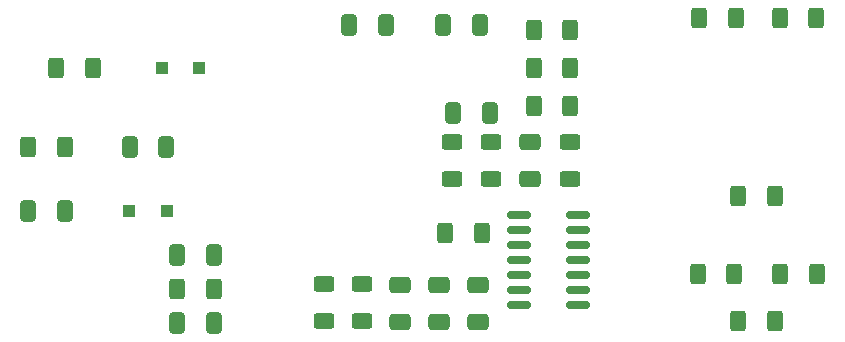
<source format=gbp>
G04 #@! TF.GenerationSoftware,KiCad,Pcbnew,8.0.0*
G04 #@! TF.CreationDate,2025-01-04T20:08:10+01:00*
G04 #@! TF.ProjectId,inzynierka,696e7a79-6e69-4657-926b-612e6b696361,rev?*
G04 #@! TF.SameCoordinates,Original*
G04 #@! TF.FileFunction,Paste,Bot*
G04 #@! TF.FilePolarity,Positive*
%FSLAX46Y46*%
G04 Gerber Fmt 4.6, Leading zero omitted, Abs format (unit mm)*
G04 Created by KiCad (PCBNEW 8.0.0) date 2025-01-04 20:08:10*
%MOMM*%
%LPD*%
G01*
G04 APERTURE LIST*
G04 Aperture macros list*
%AMRoundRect*
0 Rectangle with rounded corners*
0 $1 Rounding radius*
0 $2 $3 $4 $5 $6 $7 $8 $9 X,Y pos of 4 corners*
0 Add a 4 corners polygon primitive as box body*
4,1,4,$2,$3,$4,$5,$6,$7,$8,$9,$2,$3,0*
0 Add four circle primitives for the rounded corners*
1,1,$1+$1,$2,$3*
1,1,$1+$1,$4,$5*
1,1,$1+$1,$6,$7*
1,1,$1+$1,$8,$9*
0 Add four rect primitives between the rounded corners*
20,1,$1+$1,$2,$3,$4,$5,0*
20,1,$1+$1,$4,$5,$6,$7,0*
20,1,$1+$1,$6,$7,$8,$9,0*
20,1,$1+$1,$8,$9,$2,$3,0*%
G04 Aperture macros list end*
%ADD10RoundRect,0.250000X-0.400000X-0.625000X0.400000X-0.625000X0.400000X0.625000X-0.400000X0.625000X0*%
%ADD11RoundRect,0.250000X-0.412500X-0.650000X0.412500X-0.650000X0.412500X0.650000X-0.412500X0.650000X0*%
%ADD12RoundRect,0.250000X0.400000X0.625000X-0.400000X0.625000X-0.400000X-0.625000X0.400000X-0.625000X0*%
%ADD13RoundRect,0.250000X0.412500X0.650000X-0.412500X0.650000X-0.412500X-0.650000X0.412500X-0.650000X0*%
%ADD14R,1.080000X1.090000*%
%ADD15RoundRect,0.250000X-0.650000X0.412500X-0.650000X-0.412500X0.650000X-0.412500X0.650000X0.412500X0*%
%ADD16RoundRect,0.250000X0.625000X-0.400000X0.625000X0.400000X-0.625000X0.400000X-0.625000X-0.400000X0*%
%ADD17RoundRect,0.150000X0.835000X0.150000X-0.835000X0.150000X-0.835000X-0.150000X0.835000X-0.150000X0*%
%ADD18RoundRect,0.250000X-0.625000X0.400000X-0.625000X-0.400000X0.625000X-0.400000X0.625000X0.400000X0*%
%ADD19RoundRect,0.250000X0.650000X-0.412500X0.650000X0.412500X-0.650000X0.412500X-0.650000X-0.412500X0*%
G04 APERTURE END LIST*
D10*
X154950000Y-85000000D03*
X158050000Y-85000000D03*
D11*
X120737500Y-94900000D03*
X123862500Y-94900000D03*
X112137500Y-100300000D03*
X115262500Y-100300000D03*
D12*
X117650000Y-88160000D03*
X114550000Y-88160000D03*
D13*
X142462500Y-84550000D03*
X139337500Y-84550000D03*
D10*
X154950000Y-88200000D03*
X158050000Y-88200000D03*
D12*
X150550000Y-102200000D03*
X147450000Y-102200000D03*
D11*
X147287500Y-84550000D03*
X150412500Y-84550000D03*
D14*
X123875000Y-100300000D03*
X120725000Y-100300000D03*
D15*
X150200000Y-106537500D03*
X150200000Y-109662500D03*
D10*
X172250000Y-99000000D03*
X175350000Y-99000000D03*
X154950000Y-91400000D03*
X158050000Y-91400000D03*
X168850000Y-105600000D03*
X171950000Y-105600000D03*
X175790000Y-84000000D03*
X178890000Y-84000000D03*
D16*
X151313333Y-97550000D03*
X151313333Y-94450000D03*
D17*
X158685000Y-100640000D03*
X158685000Y-101910000D03*
X158685000Y-103180000D03*
X158685000Y-104450000D03*
X158685000Y-105720000D03*
X158685000Y-106990000D03*
X158685000Y-108260000D03*
X153735000Y-108260000D03*
X153735000Y-106990000D03*
X153735000Y-105720000D03*
X153735000Y-104450000D03*
X153735000Y-103180000D03*
X153735000Y-101910000D03*
X153735000Y-100640000D03*
D15*
X143655000Y-106537500D03*
X143655000Y-109662500D03*
D11*
X124737500Y-104000000D03*
X127862500Y-104000000D03*
D14*
X123452500Y-88160000D03*
X126602500Y-88160000D03*
D10*
X175850000Y-105600000D03*
X178950000Y-105600000D03*
D12*
X175350000Y-109600000D03*
X172250000Y-109600000D03*
D11*
X148137500Y-92000000D03*
X151262500Y-92000000D03*
D18*
X148000000Y-94450000D03*
X148000000Y-97550000D03*
D16*
X137200000Y-109620000D03*
X137200000Y-106520000D03*
D10*
X112150000Y-94900000D03*
X115250000Y-94900000D03*
X168950000Y-84000000D03*
X172050000Y-84000000D03*
D18*
X158000000Y-94450000D03*
X158000000Y-97550000D03*
D15*
X146927500Y-106537500D03*
X146927500Y-109662500D03*
D11*
X124737500Y-109800000D03*
X127862500Y-109800000D03*
D10*
X124750000Y-106900000D03*
X127850000Y-106900000D03*
D18*
X140412500Y-106520000D03*
X140412500Y-109620000D03*
D19*
X154656666Y-97562500D03*
X154656666Y-94437500D03*
M02*

</source>
